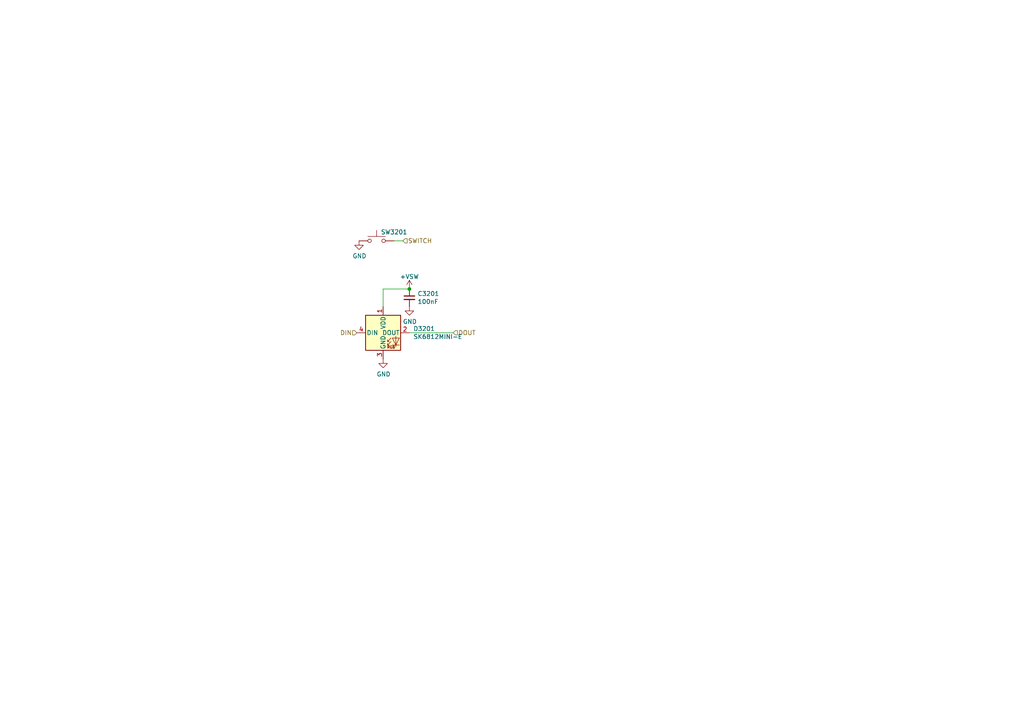
<source format=kicad_sch>
(kicad_sch (version 20211123) (generator eeschema)
  (paper "A4")
  (lib_symbols
    (symbol "Device:C_Small" (pin_numbers hide) (pin_names (offset 0.254) hide)
      (property "Reference" "C" (at 0.254 1.778 0))
      (property "Value" "C_Small" (at 0.254 -2.032 0))
      (symbol "C_Small_0_1"
        (polyline (pts (xy -1.524 -0.508) (xy 1.524 -0.508)) (stroke (width 0.3302)))
        (polyline (pts (xy -1.524 0.508) (xy 1.524 0.508)) (stroke (width 0.3048)))
      )
      (symbol "C_Small_1_1"
        (pin passive line (at 0 2.54 270) (length 2.032) (name "~") (number "1"))
        (pin passive line (at 0 -2.54 90) (length 2.032) (name "~") (number "2"))
      )
    )
    (symbol "Switch:SW_Push" (pin_numbers hide) (pin_names (offset 1.016) hide)
      (property "Reference" "SW" (at 1.27 2.54 0))
      (property "Value" "SW_Push" (at 0 -1.524 0))
      (symbol "SW_Push_0_1"
        (circle (center -2.032 0) (radius 0.508))
        (polyline (pts (xy 0 1.27) (xy 0 3.048)))
        (polyline (pts (xy 2.54 1.27) (xy -2.54 1.27)))
        (circle (center 2.032 0) (radius 0.508))
        (pin passive line (at -5.08 0 0) (length 2.54) (name "1") (number "1"))
        (pin passive line (at 5.08 0 180) (length 2.54) (name "2") (number "2"))
      )
    )
    (symbol "ergoducks:SK6812MINI-E" (pin_names (offset 0.254))
      (property "Reference" "D" (at 5.08 5.715 0))
      (property "Value" "SK6812MINI-E" (at 1.27 -5.715 0))
      (symbol "SK6812MINI-E_0_0"
        (text "RGB" (at 2.286 -4.191 0) (effects (font (size 0.762 0.762))))
      )
      (symbol "SK6812MINI-E_0_1"
        (polyline (pts (xy 1.27 -3.556) (xy 1.778 -3.556)))
        (polyline (pts (xy 1.27 -2.54) (xy 1.778 -2.54)))
        (polyline (pts (xy 4.699 -3.556) (xy 2.667 -3.556)))
        (polyline (pts (xy 2.286 -2.54) (xy 1.27 -3.556) (xy 1.27 -3.048)))
        (polyline (pts (xy 2.286 -1.524) (xy 1.27 -2.54) (xy 1.27 -2.032)))
        (polyline (pts (xy 3.683 -1.016) (xy 3.683 -3.556) (xy 3.683 -4.064)))
        (polyline (pts (xy 4.699 -1.524) (xy 2.667 -1.524) (xy 3.683 -3.556) (xy 4.699 -1.524)))
        (rectangle (start 5.08 5.08) (end -5.08 -5.08) (stroke (width 0.254)) (fill (type background)))
      )
      (symbol "SK6812MINI-E_1_1"
        (pin power_in line (at 0 7.62 270) (length 2.54) (name "VDD") (number "1"))
        (pin output line (at 7.62 0 180) (length 2.54) (name "DOUT") (number "2"))
        (pin power_in line (at 0 -7.62 90) (length 2.54) (name "GND") (number "3"))
        (pin input line (at -7.62 0 0) (length 2.54) (name "DIN") (number "4"))
      )
    )
    (symbol "power:+VSW" (power) (pin_names (offset 0))
      (property "Value" "+VSW" (at 0 3.556 0))
      (symbol "+VSW_0_1"
        (polyline (pts (xy -0.762 1.27) (xy 0 2.54)))
        (polyline (pts (xy 0 0) (xy 0 2.54)))
        (polyline (pts (xy 0 2.54) (xy 0.762 1.27)))
      )
      (symbol "+VSW_1_1"
        (pin power_in line (at 0 0 90) (length 0) hide (name "+VSW") (number "1"))
      )
    )
    (symbol "power:GND" (power) (pin_names (offset 0))
      (property "Value" "GND" (at 0 -3.81 0))
      (symbol "GND_0_1"
        (polyline (pts (xy 0 0) (xy 0 -1.27) (xy 1.27 -1.27) (xy 0 -2.54) (xy -1.27 -1.27) (xy 0 -1.27)))
      )
      (symbol "GND_1_1"
        (pin power_in line (at 0 0 270) (length 0) hide (name "GND") (number "1"))
      )
    )
  )
  (junction (at 118.745 83.82))
  (wire (pts (xy 118.745 83.82) (xy 111.125 83.82)))
  (wire (pts (xy 114.3 69.85) (xy 116.84 69.85)))
  (wire (pts (xy 118.745 96.52) (xy 131.445 96.52)))
  (wire (pts (xy 111.125 83.82) (xy 111.125 88.9)))
  (hierarchical_label "DOUT" (shape input) (at 131.445 96.52 0))
  (hierarchical_label "DIN" (shape input) (at 103.505 96.52 180))
  (hierarchical_label "SWITCH" (shape input) (at 116.84 69.85 0))
  (symbol (lib_id "Device:C_Small") (at 118.745 86.36 0) (unit 1)
    (property "Reference" "C3201" (at 121.0818 85.1916 0) (effects (justify left)))
    (property "Value" "100nF" (at 121.0818 87.503 0) (effects (justify left)))
    (property "Footprint" "Capacitor_SMD:C_0603_1608Metric_Pad1.08x0.95mm_HandSolder" (effects hide))
    (property "Datasheet" "https://media.digikey.com/pdf/Data%20Sheets/Samsung%20PDFs/CL10B104JB8NNNC_Spec.pdf" (effects hide))
    (property "MANUFACTURER" "Samsung" (effects hide))
    (property "PARTREV" " " (effects hide))
    (property "Product name" "CL10B104JB8NNNC" (effects hide))
    (property "Mouser partno" "187-CL10B104JB8NNNC" (effects hide))
    (property "Digikey partno" "1276-1033-1-ND" (effects hide))
  )
  (symbol (lib_id "power:GND") (at 118.745 88.9 0) (unit 1)
    (property "Reference" "#PWR03204" (effects hide))
    (property "Value" "GND" (at 118.872 93.2942 0))
  )
  (symbol (lib_id "power:GND") (at 104.14 69.85 0) (unit 1)
    (property "Reference" "#PWR03201" (effects hide))
    (property "Value" "GND" (at 104.267 74.2442 0))
  )
  (symbol (lib_id "Switch:SW_Push") (at 109.22 69.85 0) (unit 1)
    (property "Reference" "SW3201" (at 114.3 67.31 0))
    (property "Value" "SW_Push" (effects hide))
    (property "Footprint" "prettylib:keyboard_switch_reversible-1u" (effects hide))
    (property "MANUFACTURER" "Cherry" (effects hide))
    (property "PARTREV" " " (effects hide))
    (property "Product name" "MX1A-G1NA " (effects hide))
    (property "Mouser partno" "540-MX1A-G1NA" (effects hide))
    (property "Digikey partno" "MX1A-G1NA-ND" (effects hide))
  )
  (symbol (lib_id "power:GND") (at 111.125 104.14 0) (unit 1)
    (property "Reference" "#PWR03202" (effects hide))
    (property "Value" "GND" (at 111.252 108.5342 0))
  )
  (symbol (lib_id "power:+VSW") (at 118.745 83.82 0) (unit 1)
    (property "Reference" "#PWR0159" (effects hide))
    (property "Value" "+VSW" (at 118.745 80.2442 0))
  )
  (symbol (lib_id "ergoducks:SK6812MINI-E") (at 111.125 96.52 0) (unit 1)
    (property "Reference" "D3201" (at 119.8626 95.3516 0) (effects (justify left)))
    (property "Value" "SK6812MINI-E" (at 119.8626 97.663 0) (effects (justify left)))
    (property "Footprint" "prettylib:SK6812MINI-E-reversible" (effects hide))
    (property "Datasheet" "https://cdn-shop.adafruit.com/product-files/4960/4960_SK6812MINI-E_REV02_EN.pdf" (effects hide))
    (property "MANUFACTURER" "DONGGUAN OPSCO OPTOELECTRONICS" (effects hide))
    (property "PARTREV" " " (effects hide))
    (property "Product name" "SK6812MINI-E" (effects hide))
    (property "Adafruit partno" "4960" (effects hide))
    (property "Digikey partno" "1528-4960-ND" (effects hide))
  )
)
</source>
